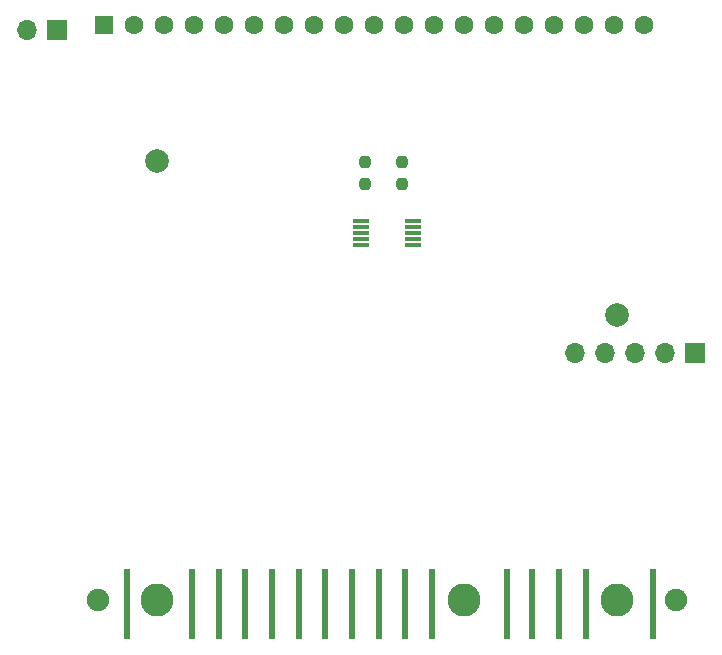
<source format=gbs>
%TF.GenerationSoftware,KiCad,Pcbnew,6.0.2+dfsg-1*%
%TF.CreationDate,2022-12-11T21:53:26+09:00*%
%TF.ProjectId,EL-210-MOD,454c2d32-3130-42d4-9d4f-442e6b696361,rev?*%
%TF.SameCoordinates,Original*%
%TF.FileFunction,Soldermask,Bot*%
%TF.FilePolarity,Negative*%
%FSLAX46Y46*%
G04 Gerber Fmt 4.6, Leading zero omitted, Abs format (unit mm)*
G04 Created by KiCad (PCBNEW 6.0.2+dfsg-1) date 2022-12-11 21:53:26*
%MOMM*%
%LPD*%
G01*
G04 APERTURE LIST*
G04 Aperture macros list*
%AMRoundRect*
0 Rectangle with rounded corners*
0 $1 Rounding radius*
0 $2 $3 $4 $5 $6 $7 $8 $9 X,Y pos of 4 corners*
0 Add a 4 corners polygon primitive as box body*
4,1,4,$2,$3,$4,$5,$6,$7,$8,$9,$2,$3,0*
0 Add four circle primitives for the rounded corners*
1,1,$1+$1,$2,$3*
1,1,$1+$1,$4,$5*
1,1,$1+$1,$6,$7*
1,1,$1+$1,$8,$9*
0 Add four rect primitives between the rounded corners*
20,1,$1+$1,$2,$3,$4,$5,0*
20,1,$1+$1,$4,$5,$6,$7,0*
20,1,$1+$1,$6,$7,$8,$9,0*
20,1,$1+$1,$8,$9,$2,$3,0*%
G04 Aperture macros list end*
%ADD10R,0.500000X6.000000*%
%ADD11R,1.600000X1.600000*%
%ADD12C,1.600000*%
%ADD13C,2.800000*%
%ADD14C,2.000000*%
%ADD15C,1.900000*%
%ADD16R,1.700000X1.700000*%
%ADD17O,1.700000X1.700000*%
%ADD18R,1.400000X0.300000*%
%ADD19RoundRect,0.237500X-0.237500X0.250000X-0.237500X-0.250000X0.237500X-0.250000X0.237500X0.250000X0*%
%ADD20RoundRect,0.237500X0.237500X-0.250000X0.237500X0.250000X-0.237500X0.250000X-0.237500X-0.250000X0*%
G04 APERTURE END LIST*
D10*
%TO.C,P1*%
X130000000Y-134500000D03*
X135500000Y-134500000D03*
X137756000Y-134500000D03*
X140012000Y-134500000D03*
X142268000Y-134500000D03*
X144524000Y-134500000D03*
X146780000Y-134500000D03*
X149036000Y-134500000D03*
X151292000Y-134500000D03*
X153548000Y-134500000D03*
X155804000Y-134500000D03*
X162200000Y-134500000D03*
X164300000Y-134500000D03*
X166580000Y-134500000D03*
X168860000Y-134500000D03*
X174560000Y-134500000D03*
%TD*%
D11*
%TO.C,U1*%
X128000000Y-85500000D03*
D12*
X130540000Y-85500000D03*
X133080000Y-85500000D03*
X135620000Y-85500000D03*
X138160000Y-85500000D03*
X140700000Y-85500000D03*
X143240000Y-85500000D03*
X145780000Y-85500000D03*
X148320000Y-85500000D03*
X150860000Y-85500000D03*
X153400000Y-85500000D03*
X155940000Y-85500000D03*
X158480000Y-85500000D03*
X161020000Y-85500000D03*
X163560000Y-85500000D03*
X166100000Y-85500000D03*
X168640000Y-85500000D03*
X171180000Y-85500000D03*
X173720000Y-85500000D03*
%TD*%
D13*
%TO.C,H6*%
X171500000Y-134200000D03*
%TD*%
%TO.C,H5*%
X158500000Y-134200000D03*
%TD*%
D14*
%TO.C,H2*%
X171500000Y-110000000D03*
%TD*%
%TO.C,H1*%
X132500000Y-97000000D03*
%TD*%
D15*
%TO.C,H3*%
X127500000Y-134200000D03*
%TD*%
%TO.C,H7*%
X176500000Y-134200000D03*
%TD*%
D13*
%TO.C,H4*%
X132500000Y-134200000D03*
%TD*%
D16*
%TO.C,J2*%
X124080000Y-85930000D03*
D17*
X121540000Y-85930000D03*
%TD*%
D16*
%TO.C,J1*%
X178055000Y-113235000D03*
D17*
X175515000Y-113235000D03*
X172975000Y-113235000D03*
X170435000Y-113235000D03*
X167895000Y-113235000D03*
%TD*%
D18*
%TO.C,U5*%
X154220000Y-102075000D03*
X154220000Y-102575000D03*
X154220000Y-103075000D03*
X154220000Y-103575000D03*
X154220000Y-104075000D03*
X149820000Y-104075000D03*
X149820000Y-103575000D03*
X149820000Y-103075000D03*
X149820000Y-102575000D03*
X149820000Y-102075000D03*
%TD*%
D19*
%TO.C,R2*%
X153290000Y-97082500D03*
X153290000Y-98907500D03*
%TD*%
D20*
%TO.C,R3*%
X150115000Y-98907500D03*
X150115000Y-97082500D03*
%TD*%
M02*

</source>
